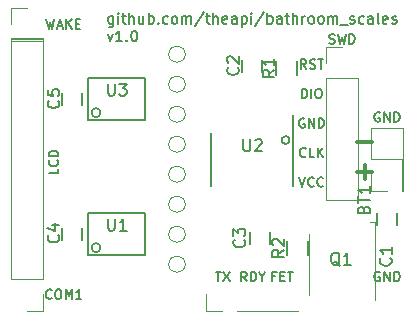
<source format=gto>
G04 #@! TF.FileFunction,Legend,Top*
%FSLAX46Y46*%
G04 Gerber Fmt 4.6, Leading zero omitted, Abs format (unit mm)*
G04 Created by KiCad (PCBNEW 4.0.7-e2-6376~58~ubuntu16.04.1) date Tue Nov  7 21:50:16 2017*
%MOMM*%
%LPD*%
G01*
G04 APERTURE LIST*
%ADD10C,0.100000*%
%ADD11C,0.150000*%
%ADD12C,0.170000*%
%ADD13C,0.375000*%
%ADD14C,0.120000*%
G04 APERTURE END LIST*
D10*
D11*
X190728571Y-128252381D02*
X190633333Y-128204762D01*
X190585714Y-128157143D01*
X190538095Y-128061905D01*
X190538095Y-127776190D01*
X190585714Y-127680952D01*
X190633333Y-127633333D01*
X190728571Y-127585714D01*
X190871429Y-127585714D01*
X190966667Y-127633333D01*
X191014286Y-127680952D01*
X191061905Y-127776190D01*
X191061905Y-128061905D01*
X191014286Y-128157143D01*
X190966667Y-128204762D01*
X190871429Y-128252381D01*
X190728571Y-128252381D01*
X171561905Y-130352380D02*
X171561905Y-130733333D01*
X170761905Y-130733333D01*
X171485714Y-129628571D02*
X171523810Y-129666666D01*
X171561905Y-129780952D01*
X171561905Y-129857142D01*
X171523810Y-129971428D01*
X171447619Y-130047619D01*
X171371429Y-130085714D01*
X171219048Y-130123809D01*
X171104762Y-130123809D01*
X170952381Y-130085714D01*
X170876190Y-130047619D01*
X170800000Y-129971428D01*
X170761905Y-129857142D01*
X170761905Y-129780952D01*
X170800000Y-129666666D01*
X170838095Y-129628571D01*
X171561905Y-129285714D02*
X170761905Y-129285714D01*
X170761905Y-129095238D01*
X170800000Y-128980952D01*
X170876190Y-128904761D01*
X170952381Y-128866666D01*
X171104762Y-128828571D01*
X171219048Y-128828571D01*
X171371429Y-128866666D01*
X171447619Y-128904761D01*
X171523810Y-128980952D01*
X171561905Y-129095238D01*
X171561905Y-129285714D01*
D12*
X176200000Y-117447143D02*
X176200000Y-118175714D01*
X176157143Y-118261429D01*
X176114286Y-118304286D01*
X176028571Y-118347143D01*
X175900000Y-118347143D01*
X175814286Y-118304286D01*
X176200000Y-118004286D02*
X176114286Y-118047143D01*
X175942857Y-118047143D01*
X175857143Y-118004286D01*
X175814286Y-117961429D01*
X175771429Y-117875714D01*
X175771429Y-117618571D01*
X175814286Y-117532857D01*
X175857143Y-117490000D01*
X175942857Y-117447143D01*
X176114286Y-117447143D01*
X176200000Y-117490000D01*
X176628572Y-118047143D02*
X176628572Y-117447143D01*
X176628572Y-117147143D02*
X176585715Y-117190000D01*
X176628572Y-117232857D01*
X176671429Y-117190000D01*
X176628572Y-117147143D01*
X176628572Y-117232857D01*
X176928571Y-117447143D02*
X177271428Y-117447143D01*
X177057143Y-117147143D02*
X177057143Y-117918571D01*
X177100000Y-118004286D01*
X177185714Y-118047143D01*
X177271428Y-118047143D01*
X177571429Y-118047143D02*
X177571429Y-117147143D01*
X177957143Y-118047143D02*
X177957143Y-117575714D01*
X177914286Y-117490000D01*
X177828572Y-117447143D01*
X177700000Y-117447143D01*
X177614286Y-117490000D01*
X177571429Y-117532857D01*
X178771429Y-117447143D02*
X178771429Y-118047143D01*
X178385715Y-117447143D02*
X178385715Y-117918571D01*
X178428572Y-118004286D01*
X178514286Y-118047143D01*
X178642858Y-118047143D01*
X178728572Y-118004286D01*
X178771429Y-117961429D01*
X179200001Y-118047143D02*
X179200001Y-117147143D01*
X179200001Y-117490000D02*
X179285715Y-117447143D01*
X179457144Y-117447143D01*
X179542858Y-117490000D01*
X179585715Y-117532857D01*
X179628572Y-117618571D01*
X179628572Y-117875714D01*
X179585715Y-117961429D01*
X179542858Y-118004286D01*
X179457144Y-118047143D01*
X179285715Y-118047143D01*
X179200001Y-118004286D01*
X180014287Y-117961429D02*
X180057144Y-118004286D01*
X180014287Y-118047143D01*
X179971430Y-118004286D01*
X180014287Y-117961429D01*
X180014287Y-118047143D01*
X180828572Y-118004286D02*
X180742858Y-118047143D01*
X180571429Y-118047143D01*
X180485715Y-118004286D01*
X180442858Y-117961429D01*
X180400001Y-117875714D01*
X180400001Y-117618571D01*
X180442858Y-117532857D01*
X180485715Y-117490000D01*
X180571429Y-117447143D01*
X180742858Y-117447143D01*
X180828572Y-117490000D01*
X181342858Y-118047143D02*
X181257144Y-118004286D01*
X181214287Y-117961429D01*
X181171430Y-117875714D01*
X181171430Y-117618571D01*
X181214287Y-117532857D01*
X181257144Y-117490000D01*
X181342858Y-117447143D01*
X181471430Y-117447143D01*
X181557144Y-117490000D01*
X181600001Y-117532857D01*
X181642858Y-117618571D01*
X181642858Y-117875714D01*
X181600001Y-117961429D01*
X181557144Y-118004286D01*
X181471430Y-118047143D01*
X181342858Y-118047143D01*
X182028573Y-118047143D02*
X182028573Y-117447143D01*
X182028573Y-117532857D02*
X182071430Y-117490000D01*
X182157144Y-117447143D01*
X182285716Y-117447143D01*
X182371430Y-117490000D01*
X182414287Y-117575714D01*
X182414287Y-118047143D01*
X182414287Y-117575714D02*
X182457144Y-117490000D01*
X182542858Y-117447143D01*
X182671430Y-117447143D01*
X182757144Y-117490000D01*
X182800001Y-117575714D01*
X182800001Y-118047143D01*
X183871430Y-117104286D02*
X183100001Y-118261429D01*
X184042858Y-117447143D02*
X184385715Y-117447143D01*
X184171430Y-117147143D02*
X184171430Y-117918571D01*
X184214287Y-118004286D01*
X184300001Y-118047143D01*
X184385715Y-118047143D01*
X184685716Y-118047143D02*
X184685716Y-117147143D01*
X185071430Y-118047143D02*
X185071430Y-117575714D01*
X185028573Y-117490000D01*
X184942859Y-117447143D01*
X184814287Y-117447143D01*
X184728573Y-117490000D01*
X184685716Y-117532857D01*
X185842859Y-118004286D02*
X185757145Y-118047143D01*
X185585716Y-118047143D01*
X185500002Y-118004286D01*
X185457145Y-117918571D01*
X185457145Y-117575714D01*
X185500002Y-117490000D01*
X185585716Y-117447143D01*
X185757145Y-117447143D01*
X185842859Y-117490000D01*
X185885716Y-117575714D01*
X185885716Y-117661429D01*
X185457145Y-117747143D01*
X186657145Y-118047143D02*
X186657145Y-117575714D01*
X186614288Y-117490000D01*
X186528574Y-117447143D01*
X186357145Y-117447143D01*
X186271431Y-117490000D01*
X186657145Y-118004286D02*
X186571431Y-118047143D01*
X186357145Y-118047143D01*
X186271431Y-118004286D01*
X186228574Y-117918571D01*
X186228574Y-117832857D01*
X186271431Y-117747143D01*
X186357145Y-117704286D01*
X186571431Y-117704286D01*
X186657145Y-117661429D01*
X187085717Y-117447143D02*
X187085717Y-118347143D01*
X187085717Y-117490000D02*
X187171431Y-117447143D01*
X187342860Y-117447143D01*
X187428574Y-117490000D01*
X187471431Y-117532857D01*
X187514288Y-117618571D01*
X187514288Y-117875714D01*
X187471431Y-117961429D01*
X187428574Y-118004286D01*
X187342860Y-118047143D01*
X187171431Y-118047143D01*
X187085717Y-118004286D01*
X187900003Y-118047143D02*
X187900003Y-117447143D01*
X187900003Y-117147143D02*
X187857146Y-117190000D01*
X187900003Y-117232857D01*
X187942860Y-117190000D01*
X187900003Y-117147143D01*
X187900003Y-117232857D01*
X188971431Y-117104286D02*
X188200002Y-118261429D01*
X189271431Y-118047143D02*
X189271431Y-117147143D01*
X189271431Y-117490000D02*
X189357145Y-117447143D01*
X189528574Y-117447143D01*
X189614288Y-117490000D01*
X189657145Y-117532857D01*
X189700002Y-117618571D01*
X189700002Y-117875714D01*
X189657145Y-117961429D01*
X189614288Y-118004286D01*
X189528574Y-118047143D01*
X189357145Y-118047143D01*
X189271431Y-118004286D01*
X190471431Y-118047143D02*
X190471431Y-117575714D01*
X190428574Y-117490000D01*
X190342860Y-117447143D01*
X190171431Y-117447143D01*
X190085717Y-117490000D01*
X190471431Y-118004286D02*
X190385717Y-118047143D01*
X190171431Y-118047143D01*
X190085717Y-118004286D01*
X190042860Y-117918571D01*
X190042860Y-117832857D01*
X190085717Y-117747143D01*
X190171431Y-117704286D01*
X190385717Y-117704286D01*
X190471431Y-117661429D01*
X190771431Y-117447143D02*
X191114288Y-117447143D01*
X190900003Y-117147143D02*
X190900003Y-117918571D01*
X190942860Y-118004286D01*
X191028574Y-118047143D01*
X191114288Y-118047143D01*
X191414289Y-118047143D02*
X191414289Y-117147143D01*
X191800003Y-118047143D02*
X191800003Y-117575714D01*
X191757146Y-117490000D01*
X191671432Y-117447143D01*
X191542860Y-117447143D01*
X191457146Y-117490000D01*
X191414289Y-117532857D01*
X192228575Y-118047143D02*
X192228575Y-117447143D01*
X192228575Y-117618571D02*
X192271432Y-117532857D01*
X192314289Y-117490000D01*
X192400003Y-117447143D01*
X192485718Y-117447143D01*
X192914289Y-118047143D02*
X192828575Y-118004286D01*
X192785718Y-117961429D01*
X192742861Y-117875714D01*
X192742861Y-117618571D01*
X192785718Y-117532857D01*
X192828575Y-117490000D01*
X192914289Y-117447143D01*
X193042861Y-117447143D01*
X193128575Y-117490000D01*
X193171432Y-117532857D01*
X193214289Y-117618571D01*
X193214289Y-117875714D01*
X193171432Y-117961429D01*
X193128575Y-118004286D01*
X193042861Y-118047143D01*
X192914289Y-118047143D01*
X193728575Y-118047143D02*
X193642861Y-118004286D01*
X193600004Y-117961429D01*
X193557147Y-117875714D01*
X193557147Y-117618571D01*
X193600004Y-117532857D01*
X193642861Y-117490000D01*
X193728575Y-117447143D01*
X193857147Y-117447143D01*
X193942861Y-117490000D01*
X193985718Y-117532857D01*
X194028575Y-117618571D01*
X194028575Y-117875714D01*
X193985718Y-117961429D01*
X193942861Y-118004286D01*
X193857147Y-118047143D01*
X193728575Y-118047143D01*
X194414290Y-118047143D02*
X194414290Y-117447143D01*
X194414290Y-117532857D02*
X194457147Y-117490000D01*
X194542861Y-117447143D01*
X194671433Y-117447143D01*
X194757147Y-117490000D01*
X194800004Y-117575714D01*
X194800004Y-118047143D01*
X194800004Y-117575714D02*
X194842861Y-117490000D01*
X194928575Y-117447143D01*
X195057147Y-117447143D01*
X195142861Y-117490000D01*
X195185718Y-117575714D01*
X195185718Y-118047143D01*
X195400004Y-118132857D02*
X196085718Y-118132857D01*
X196257147Y-118004286D02*
X196342861Y-118047143D01*
X196514289Y-118047143D01*
X196600004Y-118004286D01*
X196642861Y-117918571D01*
X196642861Y-117875714D01*
X196600004Y-117790000D01*
X196514289Y-117747143D01*
X196385718Y-117747143D01*
X196300004Y-117704286D01*
X196257147Y-117618571D01*
X196257147Y-117575714D01*
X196300004Y-117490000D01*
X196385718Y-117447143D01*
X196514289Y-117447143D01*
X196600004Y-117490000D01*
X197414289Y-118004286D02*
X197328575Y-118047143D01*
X197157146Y-118047143D01*
X197071432Y-118004286D01*
X197028575Y-117961429D01*
X196985718Y-117875714D01*
X196985718Y-117618571D01*
X197028575Y-117532857D01*
X197071432Y-117490000D01*
X197157146Y-117447143D01*
X197328575Y-117447143D01*
X197414289Y-117490000D01*
X198185718Y-118047143D02*
X198185718Y-117575714D01*
X198142861Y-117490000D01*
X198057147Y-117447143D01*
X197885718Y-117447143D01*
X197800004Y-117490000D01*
X198185718Y-118004286D02*
X198100004Y-118047143D01*
X197885718Y-118047143D01*
X197800004Y-118004286D01*
X197757147Y-117918571D01*
X197757147Y-117832857D01*
X197800004Y-117747143D01*
X197885718Y-117704286D01*
X198100004Y-117704286D01*
X198185718Y-117661429D01*
X198742861Y-118047143D02*
X198657147Y-118004286D01*
X198614290Y-117918571D01*
X198614290Y-117147143D01*
X199428576Y-118004286D02*
X199342862Y-118047143D01*
X199171433Y-118047143D01*
X199085719Y-118004286D01*
X199042862Y-117918571D01*
X199042862Y-117575714D01*
X199085719Y-117490000D01*
X199171433Y-117447143D01*
X199342862Y-117447143D01*
X199428576Y-117490000D01*
X199471433Y-117575714D01*
X199471433Y-117661429D01*
X199042862Y-117747143D01*
X199814291Y-118004286D02*
X199900005Y-118047143D01*
X200071433Y-118047143D01*
X200157148Y-118004286D01*
X200200005Y-117918571D01*
X200200005Y-117875714D01*
X200157148Y-117790000D01*
X200071433Y-117747143D01*
X199942862Y-117747143D01*
X199857148Y-117704286D01*
X199814291Y-117618571D01*
X199814291Y-117575714D01*
X199857148Y-117490000D01*
X199942862Y-117447143D01*
X200071433Y-117447143D01*
X200157148Y-117490000D01*
X175728571Y-118967143D02*
X175942857Y-119567143D01*
X176157143Y-118967143D01*
X176971428Y-119567143D02*
X176457143Y-119567143D01*
X176714285Y-119567143D02*
X176714285Y-118667143D01*
X176628571Y-118795714D01*
X176542857Y-118881429D01*
X176457143Y-118924286D01*
X177357143Y-119481429D02*
X177400000Y-119524286D01*
X177357143Y-119567143D01*
X177314286Y-119524286D01*
X177357143Y-119481429D01*
X177357143Y-119567143D01*
X177957142Y-118667143D02*
X178042857Y-118667143D01*
X178128571Y-118710000D01*
X178171428Y-118752857D01*
X178214285Y-118838571D01*
X178257142Y-119010000D01*
X178257142Y-119224286D01*
X178214285Y-119395714D01*
X178171428Y-119481429D01*
X178128571Y-119524286D01*
X178042857Y-119567143D01*
X177957142Y-119567143D01*
X177871428Y-119524286D01*
X177828571Y-119481429D01*
X177785714Y-119395714D01*
X177742857Y-119224286D01*
X177742857Y-119010000D01*
X177785714Y-118838571D01*
X177828571Y-118752857D01*
X177871428Y-118710000D01*
X177957142Y-118667143D01*
D11*
X198780477Y-125600000D02*
X198704286Y-125561905D01*
X198590001Y-125561905D01*
X198475715Y-125600000D01*
X198399524Y-125676190D01*
X198361429Y-125752381D01*
X198323334Y-125904762D01*
X198323334Y-126019048D01*
X198361429Y-126171429D01*
X198399524Y-126247619D01*
X198475715Y-126323810D01*
X198590001Y-126361905D01*
X198666191Y-126361905D01*
X198780477Y-126323810D01*
X198818572Y-126285714D01*
X198818572Y-126019048D01*
X198666191Y-126019048D01*
X199161429Y-126361905D02*
X199161429Y-125561905D01*
X199618572Y-126361905D01*
X199618572Y-125561905D01*
X199999524Y-126361905D02*
X199999524Y-125561905D01*
X200190000Y-125561905D01*
X200304286Y-125600000D01*
X200380477Y-125676190D01*
X200418572Y-125752381D01*
X200456667Y-125904762D01*
X200456667Y-126019048D01*
X200418572Y-126171429D01*
X200380477Y-126247619D01*
X200304286Y-126323810D01*
X200190000Y-126361905D01*
X199999524Y-126361905D01*
D13*
X196890476Y-128107143D02*
X198109524Y-128107143D01*
X196890476Y-130607143D02*
X198109524Y-130607143D01*
X197500000Y-131178571D02*
X197500000Y-130035714D01*
D11*
X192561905Y-121861905D02*
X192295238Y-121480952D01*
X192104762Y-121861905D02*
X192104762Y-121061905D01*
X192409524Y-121061905D01*
X192485715Y-121100000D01*
X192523810Y-121138095D01*
X192561905Y-121214286D01*
X192561905Y-121328571D01*
X192523810Y-121404762D01*
X192485715Y-121442857D01*
X192409524Y-121480952D01*
X192104762Y-121480952D01*
X192866667Y-121823810D02*
X192980953Y-121861905D01*
X193171429Y-121861905D01*
X193247619Y-121823810D01*
X193285715Y-121785714D01*
X193323810Y-121709524D01*
X193323810Y-121633333D01*
X193285715Y-121557143D01*
X193247619Y-121519048D01*
X193171429Y-121480952D01*
X193019048Y-121442857D01*
X192942857Y-121404762D01*
X192904762Y-121366667D01*
X192866667Y-121290476D01*
X192866667Y-121214286D01*
X192904762Y-121138095D01*
X192942857Y-121100000D01*
X193019048Y-121061905D01*
X193209524Y-121061905D01*
X193323810Y-121100000D01*
X193552381Y-121061905D02*
X194009524Y-121061905D01*
X193780953Y-121861905D02*
X193780953Y-121061905D01*
X192180953Y-124361905D02*
X192180953Y-123561905D01*
X192371429Y-123561905D01*
X192485715Y-123600000D01*
X192561906Y-123676190D01*
X192600001Y-123752381D01*
X192638096Y-123904762D01*
X192638096Y-124019048D01*
X192600001Y-124171429D01*
X192561906Y-124247619D01*
X192485715Y-124323810D01*
X192371429Y-124361905D01*
X192180953Y-124361905D01*
X192980953Y-124361905D02*
X192980953Y-123561905D01*
X193514286Y-123561905D02*
X193666667Y-123561905D01*
X193742858Y-123600000D01*
X193819048Y-123676190D01*
X193857143Y-123828571D01*
X193857143Y-124095238D01*
X193819048Y-124247619D01*
X193742858Y-124323810D01*
X193666667Y-124361905D01*
X193514286Y-124361905D01*
X193438096Y-124323810D01*
X193361905Y-124247619D01*
X193323810Y-124095238D01*
X193323810Y-123828571D01*
X193361905Y-123676190D01*
X193438096Y-123600000D01*
X193514286Y-123561905D01*
X192390477Y-126100000D02*
X192314286Y-126061905D01*
X192200001Y-126061905D01*
X192085715Y-126100000D01*
X192009524Y-126176190D01*
X191971429Y-126252381D01*
X191933334Y-126404762D01*
X191933334Y-126519048D01*
X191971429Y-126671429D01*
X192009524Y-126747619D01*
X192085715Y-126823810D01*
X192200001Y-126861905D01*
X192276191Y-126861905D01*
X192390477Y-126823810D01*
X192428572Y-126785714D01*
X192428572Y-126519048D01*
X192276191Y-126519048D01*
X192771429Y-126861905D02*
X192771429Y-126061905D01*
X193228572Y-126861905D01*
X193228572Y-126061905D01*
X193609524Y-126861905D02*
X193609524Y-126061905D01*
X193800000Y-126061905D01*
X193914286Y-126100000D01*
X193990477Y-126176190D01*
X194028572Y-126252381D01*
X194066667Y-126404762D01*
X194066667Y-126519048D01*
X194028572Y-126671429D01*
X193990477Y-126747619D01*
X193914286Y-126823810D01*
X193800000Y-126861905D01*
X193609524Y-126861905D01*
X192523810Y-129285714D02*
X192485715Y-129323810D01*
X192371429Y-129361905D01*
X192295239Y-129361905D01*
X192180953Y-129323810D01*
X192104762Y-129247619D01*
X192066667Y-129171429D01*
X192028572Y-129019048D01*
X192028572Y-128904762D01*
X192066667Y-128752381D01*
X192104762Y-128676190D01*
X192180953Y-128600000D01*
X192295239Y-128561905D01*
X192371429Y-128561905D01*
X192485715Y-128600000D01*
X192523810Y-128638095D01*
X193247620Y-129361905D02*
X192866667Y-129361905D01*
X192866667Y-128561905D01*
X193514286Y-129361905D02*
X193514286Y-128561905D01*
X193971429Y-129361905D02*
X193628572Y-128904762D01*
X193971429Y-128561905D02*
X193514286Y-129019048D01*
X191933333Y-131061905D02*
X192200000Y-131861905D01*
X192466667Y-131061905D01*
X193190476Y-131785714D02*
X193152381Y-131823810D01*
X193038095Y-131861905D01*
X192961905Y-131861905D01*
X192847619Y-131823810D01*
X192771428Y-131747619D01*
X192733333Y-131671429D01*
X192695238Y-131519048D01*
X192695238Y-131404762D01*
X192733333Y-131252381D01*
X192771428Y-131176190D01*
X192847619Y-131100000D01*
X192961905Y-131061905D01*
X193038095Y-131061905D01*
X193152381Y-131100000D01*
X193190476Y-131138095D01*
X193990476Y-131785714D02*
X193952381Y-131823810D01*
X193838095Y-131861905D01*
X193761905Y-131861905D01*
X193647619Y-131823810D01*
X193571428Y-131747619D01*
X193533333Y-131671429D01*
X193495238Y-131519048D01*
X193495238Y-131404762D01*
X193533333Y-131252381D01*
X193571428Y-131176190D01*
X193647619Y-131100000D01*
X193761905Y-131061905D01*
X193838095Y-131061905D01*
X193952381Y-131100000D01*
X193990476Y-131138095D01*
X198780477Y-139100000D02*
X198704286Y-139061905D01*
X198590001Y-139061905D01*
X198475715Y-139100000D01*
X198399524Y-139176190D01*
X198361429Y-139252381D01*
X198323334Y-139404762D01*
X198323334Y-139519048D01*
X198361429Y-139671429D01*
X198399524Y-139747619D01*
X198475715Y-139823810D01*
X198590001Y-139861905D01*
X198666191Y-139861905D01*
X198780477Y-139823810D01*
X198818572Y-139785714D01*
X198818572Y-139519048D01*
X198666191Y-139519048D01*
X199161429Y-139861905D02*
X199161429Y-139061905D01*
X199618572Y-139861905D01*
X199618572Y-139061905D01*
X199999524Y-139861905D02*
X199999524Y-139061905D01*
X200190000Y-139061905D01*
X200304286Y-139100000D01*
X200380477Y-139176190D01*
X200418572Y-139252381D01*
X200456667Y-139404762D01*
X200456667Y-139519048D01*
X200418572Y-139671429D01*
X200380477Y-139747619D01*
X200304286Y-139823810D01*
X200190000Y-139861905D01*
X199999524Y-139861905D01*
X194494286Y-119703810D02*
X194608572Y-119741905D01*
X194799048Y-119741905D01*
X194875238Y-119703810D01*
X194913334Y-119665714D01*
X194951429Y-119589524D01*
X194951429Y-119513333D01*
X194913334Y-119437143D01*
X194875238Y-119399048D01*
X194799048Y-119360952D01*
X194646667Y-119322857D01*
X194570476Y-119284762D01*
X194532381Y-119246667D01*
X194494286Y-119170476D01*
X194494286Y-119094286D01*
X194532381Y-119018095D01*
X194570476Y-118980000D01*
X194646667Y-118941905D01*
X194837143Y-118941905D01*
X194951429Y-118980000D01*
X195218096Y-118941905D02*
X195408572Y-119741905D01*
X195560953Y-119170476D01*
X195713334Y-119741905D01*
X195903810Y-118941905D01*
X196208572Y-119741905D02*
X196208572Y-118941905D01*
X196399048Y-118941905D01*
X196513334Y-118980000D01*
X196589525Y-119056190D01*
X196627620Y-119132381D01*
X196665715Y-119284762D01*
X196665715Y-119399048D01*
X196627620Y-119551429D01*
X196589525Y-119627619D01*
X196513334Y-119703810D01*
X196399048Y-119741905D01*
X196208572Y-119741905D01*
X170552381Y-117671905D02*
X170742857Y-118471905D01*
X170895238Y-117900476D01*
X171047619Y-118471905D01*
X171238095Y-117671905D01*
X171504762Y-118243333D02*
X171885714Y-118243333D01*
X171428571Y-118471905D02*
X171695238Y-117671905D01*
X171961905Y-118471905D01*
X172228571Y-118471905D02*
X172228571Y-117671905D01*
X172685714Y-118471905D02*
X172342857Y-118014762D01*
X172685714Y-117671905D02*
X172228571Y-118129048D01*
X173028571Y-118052857D02*
X173295238Y-118052857D01*
X173409524Y-118471905D02*
X173028571Y-118471905D01*
X173028571Y-117671905D01*
X173409524Y-117671905D01*
X189947619Y-139442857D02*
X189680952Y-139442857D01*
X189680952Y-139861905D02*
X189680952Y-139061905D01*
X190061905Y-139061905D01*
X190366666Y-139442857D02*
X190633333Y-139442857D01*
X190747619Y-139861905D02*
X190366666Y-139861905D01*
X190366666Y-139061905D01*
X190747619Y-139061905D01*
X190976190Y-139061905D02*
X191433333Y-139061905D01*
X191204762Y-139861905D02*
X191204762Y-139061905D01*
X187504762Y-139861905D02*
X187238095Y-139480952D01*
X187047619Y-139861905D02*
X187047619Y-139061905D01*
X187352381Y-139061905D01*
X187428572Y-139100000D01*
X187466667Y-139138095D01*
X187504762Y-139214286D01*
X187504762Y-139328571D01*
X187466667Y-139404762D01*
X187428572Y-139442857D01*
X187352381Y-139480952D01*
X187047619Y-139480952D01*
X187847619Y-139861905D02*
X187847619Y-139061905D01*
X188038095Y-139061905D01*
X188152381Y-139100000D01*
X188228572Y-139176190D01*
X188266667Y-139252381D01*
X188304762Y-139404762D01*
X188304762Y-139519048D01*
X188266667Y-139671429D01*
X188228572Y-139747619D01*
X188152381Y-139823810D01*
X188038095Y-139861905D01*
X187847619Y-139861905D01*
X188800000Y-139480952D02*
X188800000Y-139861905D01*
X188533333Y-139061905D02*
X188800000Y-139480952D01*
X189066667Y-139061905D01*
X184890476Y-139061905D02*
X185347619Y-139061905D01*
X185119048Y-139861905D02*
X185119048Y-139061905D01*
X185538096Y-139061905D02*
X186071429Y-139861905D01*
X186071429Y-139061905D02*
X185538096Y-139861905D01*
X170990476Y-141285714D02*
X170952381Y-141323810D01*
X170838095Y-141361905D01*
X170761905Y-141361905D01*
X170647619Y-141323810D01*
X170571428Y-141247619D01*
X170533333Y-141171429D01*
X170495238Y-141019048D01*
X170495238Y-140904762D01*
X170533333Y-140752381D01*
X170571428Y-140676190D01*
X170647619Y-140600000D01*
X170761905Y-140561905D01*
X170838095Y-140561905D01*
X170952381Y-140600000D01*
X170990476Y-140638095D01*
X171485714Y-140561905D02*
X171638095Y-140561905D01*
X171714286Y-140600000D01*
X171790476Y-140676190D01*
X171828571Y-140828571D01*
X171828571Y-141095238D01*
X171790476Y-141247619D01*
X171714286Y-141323810D01*
X171638095Y-141361905D01*
X171485714Y-141361905D01*
X171409524Y-141323810D01*
X171333333Y-141247619D01*
X171295238Y-141095238D01*
X171295238Y-140828571D01*
X171333333Y-140676190D01*
X171409524Y-140600000D01*
X171485714Y-140561905D01*
X172171428Y-141361905D02*
X172171428Y-140561905D01*
X172438095Y-141133333D01*
X172704762Y-140561905D01*
X172704762Y-141361905D01*
X173504762Y-141361905D02*
X173047619Y-141361905D01*
X173276190Y-141361905D02*
X173276190Y-140561905D01*
X173200000Y-140676190D01*
X173123809Y-140752381D01*
X173047619Y-140790476D01*
X190950000Y-137675000D02*
X190950000Y-136475000D01*
X192700000Y-136475000D02*
X192700000Y-137675000D01*
D14*
X170300000Y-139700000D02*
X170300000Y-119260000D01*
X170300000Y-119260000D02*
X167520000Y-119260000D01*
X167520000Y-119260000D02*
X167520000Y-139700000D01*
X167520000Y-139700000D02*
X170300000Y-139700000D01*
X170300000Y-140970000D02*
X170300000Y-142360000D01*
X170300000Y-142360000D02*
X168910000Y-142360000D01*
D11*
X184510000Y-127315000D02*
X184510000Y-131765000D01*
X191410000Y-125790000D02*
X191410000Y-131765000D01*
D14*
X200660000Y-132200000D02*
X200780000Y-132200000D01*
X200780000Y-132200000D02*
X200780000Y-126880000D01*
X200780000Y-126880000D02*
X198000000Y-126880000D01*
X198000000Y-126880000D02*
X198000000Y-129540000D01*
X198000000Y-129540000D02*
X200660000Y-129540000D01*
X200660000Y-129540000D02*
X200660000Y-132200000D01*
X199390000Y-132200000D02*
X198000000Y-132200000D01*
X198000000Y-132200000D02*
X198000000Y-130810000D01*
D11*
X200240000Y-135120000D02*
X200240000Y-134120000D01*
X198540000Y-134120000D02*
X198540000Y-135120000D01*
X187110000Y-121166000D02*
X187110000Y-122166000D01*
X188810000Y-122166000D02*
X188810000Y-121166000D01*
X187750000Y-135700000D02*
X187750000Y-136700000D01*
X189450000Y-136700000D02*
X189450000Y-135700000D01*
D14*
X167520000Y-119380000D02*
X167520000Y-119500000D01*
X167520000Y-119500000D02*
X170300000Y-119500000D01*
X170300000Y-119500000D02*
X170300000Y-119380000D01*
X170300000Y-119380000D02*
X167520000Y-119380000D01*
X167520000Y-118110000D02*
X167520000Y-116720000D01*
X167520000Y-116720000D02*
X168910000Y-116720000D01*
X194190000Y-122682000D02*
X194190000Y-132962000D01*
X194190000Y-132962000D02*
X196970000Y-132962000D01*
X196970000Y-132962000D02*
X196970000Y-122682000D01*
X196970000Y-122682000D02*
X194190000Y-122682000D01*
X194190000Y-121412000D02*
X194190000Y-120022000D01*
X194190000Y-120022000D02*
X195580000Y-120022000D01*
X182310000Y-138430000D02*
G75*
G03X182310000Y-138430000I-700000J0D01*
G01*
X182310000Y-135890000D02*
G75*
G03X182310000Y-135890000I-700000J0D01*
G01*
X182310000Y-133350000D02*
G75*
G03X182310000Y-133350000I-700000J0D01*
G01*
X182310000Y-130810000D02*
G75*
G03X182310000Y-130810000I-700000J0D01*
G01*
X182310000Y-128270000D02*
G75*
G03X182310000Y-128270000I-700000J0D01*
G01*
X182310000Y-125730000D02*
G75*
G03X182310000Y-125730000I-700000J0D01*
G01*
X182310000Y-123190000D02*
G75*
G03X182310000Y-123190000I-700000J0D01*
G01*
X182310000Y-120650000D02*
G75*
G03X182310000Y-120650000I-700000J0D01*
G01*
D11*
X191775000Y-121225000D02*
X191775000Y-122425000D01*
X190025000Y-122425000D02*
X190025000Y-121225000D01*
X174117000Y-134112000D02*
X178943000Y-134112000D01*
X178943000Y-134112000D02*
X178943000Y-137668000D01*
X178943000Y-137668000D02*
X174117000Y-137668000D01*
X174117000Y-137668000D02*
X174117000Y-134112000D01*
X175133000Y-137033000D02*
G75*
G03X175133000Y-137033000I-381000J0D01*
G01*
X174117000Y-122682000D02*
X178943000Y-122682000D01*
X178943000Y-122682000D02*
X178943000Y-126238000D01*
X178943000Y-126238000D02*
X174117000Y-126238000D01*
X174117000Y-126238000D02*
X174117000Y-122682000D01*
X175133000Y-125603000D02*
G75*
G03X175133000Y-125603000I-381000J0D01*
G01*
D14*
X198380000Y-134830000D02*
X197980000Y-134830000D01*
X198380000Y-141430000D02*
X198380000Y-134830000D01*
X192780000Y-141030000D02*
X192780000Y-135830000D01*
D11*
X171870000Y-135390000D02*
X171870000Y-136390000D01*
X173570000Y-136390000D02*
X173570000Y-135390000D01*
X171870000Y-123960000D02*
X171870000Y-124960000D01*
X173570000Y-124960000D02*
X173570000Y-123960000D01*
D14*
X186690000Y-142360000D02*
X191890000Y-142360000D01*
X185420000Y-142360000D02*
X184030000Y-142360000D01*
X184030000Y-142360000D02*
X184030000Y-140970000D01*
D11*
X190652381Y-137216666D02*
X190176190Y-137550000D01*
X190652381Y-137788095D02*
X189652381Y-137788095D01*
X189652381Y-137407142D01*
X189700000Y-137311904D01*
X189747619Y-137264285D01*
X189842857Y-137216666D01*
X189985714Y-137216666D01*
X190080952Y-137264285D01*
X190128571Y-137311904D01*
X190176190Y-137407142D01*
X190176190Y-137788095D01*
X189747619Y-136835714D02*
X189700000Y-136788095D01*
X189652381Y-136692857D01*
X189652381Y-136454761D01*
X189700000Y-136359523D01*
X189747619Y-136311904D01*
X189842857Y-136264285D01*
X189938095Y-136264285D01*
X190080952Y-136311904D01*
X190652381Y-136883333D01*
X190652381Y-136264285D01*
X187238095Y-127852381D02*
X187238095Y-128661905D01*
X187285714Y-128757143D01*
X187333333Y-128804762D01*
X187428571Y-128852381D01*
X187619048Y-128852381D01*
X187714286Y-128804762D01*
X187761905Y-128757143D01*
X187809524Y-128661905D01*
X187809524Y-127852381D01*
X188238095Y-127947619D02*
X188285714Y-127900000D01*
X188380952Y-127852381D01*
X188619048Y-127852381D01*
X188714286Y-127900000D01*
X188761905Y-127947619D01*
X188809524Y-128042857D01*
X188809524Y-128138095D01*
X188761905Y-128280952D01*
X188190476Y-128852381D01*
X188809524Y-128852381D01*
X197428571Y-133785714D02*
X197476190Y-133642857D01*
X197523810Y-133595238D01*
X197619048Y-133547619D01*
X197761905Y-133547619D01*
X197857143Y-133595238D01*
X197904762Y-133642857D01*
X197952381Y-133738095D01*
X197952381Y-134119048D01*
X196952381Y-134119048D01*
X196952381Y-133785714D01*
X197000000Y-133690476D01*
X197047619Y-133642857D01*
X197142857Y-133595238D01*
X197238095Y-133595238D01*
X197333333Y-133642857D01*
X197380952Y-133690476D01*
X197428571Y-133785714D01*
X197428571Y-134119048D01*
X196952381Y-133261905D02*
X196952381Y-132690476D01*
X197952381Y-132976191D02*
X196952381Y-132976191D01*
X197952381Y-131833333D02*
X197952381Y-132404762D01*
X197952381Y-132119048D02*
X196952381Y-132119048D01*
X197095238Y-132214286D01*
X197190476Y-132309524D01*
X197238095Y-132404762D01*
X199682143Y-137916666D02*
X199729762Y-137964285D01*
X199777381Y-138107142D01*
X199777381Y-138202380D01*
X199729762Y-138345238D01*
X199634524Y-138440476D01*
X199539286Y-138488095D01*
X199348810Y-138535714D01*
X199205952Y-138535714D01*
X199015476Y-138488095D01*
X198920238Y-138440476D01*
X198825000Y-138345238D01*
X198777381Y-138202380D01*
X198777381Y-138107142D01*
X198825000Y-137964285D01*
X198872619Y-137916666D01*
X199777381Y-136964285D02*
X199777381Y-137535714D01*
X199777381Y-137250000D02*
X198777381Y-137250000D01*
X198920238Y-137345238D01*
X199015476Y-137440476D01*
X199063095Y-137535714D01*
X186757143Y-121766666D02*
X186804762Y-121814285D01*
X186852381Y-121957142D01*
X186852381Y-122052380D01*
X186804762Y-122195238D01*
X186709524Y-122290476D01*
X186614286Y-122338095D01*
X186423810Y-122385714D01*
X186280952Y-122385714D01*
X186090476Y-122338095D01*
X185995238Y-122290476D01*
X185900000Y-122195238D01*
X185852381Y-122052380D01*
X185852381Y-121957142D01*
X185900000Y-121814285D01*
X185947619Y-121766666D01*
X185947619Y-121385714D02*
X185900000Y-121338095D01*
X185852381Y-121242857D01*
X185852381Y-121004761D01*
X185900000Y-120909523D01*
X185947619Y-120861904D01*
X186042857Y-120814285D01*
X186138095Y-120814285D01*
X186280952Y-120861904D01*
X186852381Y-121433333D01*
X186852381Y-120814285D01*
X187289143Y-136366666D02*
X187336762Y-136414285D01*
X187384381Y-136557142D01*
X187384381Y-136652380D01*
X187336762Y-136795238D01*
X187241524Y-136890476D01*
X187146286Y-136938095D01*
X186955810Y-136985714D01*
X186812952Y-136985714D01*
X186622476Y-136938095D01*
X186527238Y-136890476D01*
X186432000Y-136795238D01*
X186384381Y-136652380D01*
X186384381Y-136557142D01*
X186432000Y-136414285D01*
X186479619Y-136366666D01*
X186384381Y-136033333D02*
X186384381Y-135414285D01*
X186765333Y-135747619D01*
X186765333Y-135604761D01*
X186812952Y-135509523D01*
X186860571Y-135461904D01*
X186955810Y-135414285D01*
X187193905Y-135414285D01*
X187289143Y-135461904D01*
X187336762Y-135509523D01*
X187384381Y-135604761D01*
X187384381Y-135890476D01*
X187336762Y-135985714D01*
X187289143Y-136033333D01*
X189852381Y-121966666D02*
X189376190Y-122300000D01*
X189852381Y-122538095D02*
X188852381Y-122538095D01*
X188852381Y-122157142D01*
X188900000Y-122061904D01*
X188947619Y-122014285D01*
X189042857Y-121966666D01*
X189185714Y-121966666D01*
X189280952Y-122014285D01*
X189328571Y-122061904D01*
X189376190Y-122157142D01*
X189376190Y-122538095D01*
X189852381Y-121014285D02*
X189852381Y-121585714D01*
X189852381Y-121300000D02*
X188852381Y-121300000D01*
X188995238Y-121395238D01*
X189090476Y-121490476D01*
X189138095Y-121585714D01*
X175768095Y-134580381D02*
X175768095Y-135389905D01*
X175815714Y-135485143D01*
X175863333Y-135532762D01*
X175958571Y-135580381D01*
X176149048Y-135580381D01*
X176244286Y-135532762D01*
X176291905Y-135485143D01*
X176339524Y-135389905D01*
X176339524Y-134580381D01*
X177339524Y-135580381D02*
X176768095Y-135580381D01*
X177053809Y-135580381D02*
X177053809Y-134580381D01*
X176958571Y-134723238D01*
X176863333Y-134818476D01*
X176768095Y-134866095D01*
X175768095Y-123150381D02*
X175768095Y-123959905D01*
X175815714Y-124055143D01*
X175863333Y-124102762D01*
X175958571Y-124150381D01*
X176149048Y-124150381D01*
X176244286Y-124102762D01*
X176291905Y-124055143D01*
X176339524Y-123959905D01*
X176339524Y-123150381D01*
X176720476Y-123150381D02*
X177339524Y-123150381D01*
X177006190Y-123531333D01*
X177149048Y-123531333D01*
X177244286Y-123578952D01*
X177291905Y-123626571D01*
X177339524Y-123721810D01*
X177339524Y-123959905D01*
X177291905Y-124055143D01*
X177244286Y-124102762D01*
X177149048Y-124150381D01*
X176863333Y-124150381D01*
X176768095Y-124102762D01*
X176720476Y-124055143D01*
X195404762Y-138547619D02*
X195309524Y-138500000D01*
X195214286Y-138404762D01*
X195071429Y-138261905D01*
X194976190Y-138214286D01*
X194880952Y-138214286D01*
X194928571Y-138452381D02*
X194833333Y-138404762D01*
X194738095Y-138309524D01*
X194690476Y-138119048D01*
X194690476Y-137785714D01*
X194738095Y-137595238D01*
X194833333Y-137500000D01*
X194928571Y-137452381D01*
X195119048Y-137452381D01*
X195214286Y-137500000D01*
X195309524Y-137595238D01*
X195357143Y-137785714D01*
X195357143Y-138119048D01*
X195309524Y-138309524D01*
X195214286Y-138404762D01*
X195119048Y-138452381D01*
X194928571Y-138452381D01*
X196309524Y-138452381D02*
X195738095Y-138452381D01*
X196023809Y-138452381D02*
X196023809Y-137452381D01*
X195928571Y-137595238D01*
X195833333Y-137690476D01*
X195738095Y-137738095D01*
X171557143Y-135966666D02*
X171604762Y-136014285D01*
X171652381Y-136157142D01*
X171652381Y-136252380D01*
X171604762Y-136395238D01*
X171509524Y-136490476D01*
X171414286Y-136538095D01*
X171223810Y-136585714D01*
X171080952Y-136585714D01*
X170890476Y-136538095D01*
X170795238Y-136490476D01*
X170700000Y-136395238D01*
X170652381Y-136252380D01*
X170652381Y-136157142D01*
X170700000Y-136014285D01*
X170747619Y-135966666D01*
X170985714Y-135109523D02*
X171652381Y-135109523D01*
X170604762Y-135347619D02*
X171319048Y-135585714D01*
X171319048Y-134966666D01*
X171557143Y-124566666D02*
X171604762Y-124614285D01*
X171652381Y-124757142D01*
X171652381Y-124852380D01*
X171604762Y-124995238D01*
X171509524Y-125090476D01*
X171414286Y-125138095D01*
X171223810Y-125185714D01*
X171080952Y-125185714D01*
X170890476Y-125138095D01*
X170795238Y-125090476D01*
X170700000Y-124995238D01*
X170652381Y-124852380D01*
X170652381Y-124757142D01*
X170700000Y-124614285D01*
X170747619Y-124566666D01*
X170652381Y-123661904D02*
X170652381Y-124138095D01*
X171128571Y-124185714D01*
X171080952Y-124138095D01*
X171033333Y-124042857D01*
X171033333Y-123804761D01*
X171080952Y-123709523D01*
X171128571Y-123661904D01*
X171223810Y-123614285D01*
X171461905Y-123614285D01*
X171557143Y-123661904D01*
X171604762Y-123709523D01*
X171652381Y-123804761D01*
X171652381Y-124042857D01*
X171604762Y-124138095D01*
X171557143Y-124185714D01*
M02*

</source>
